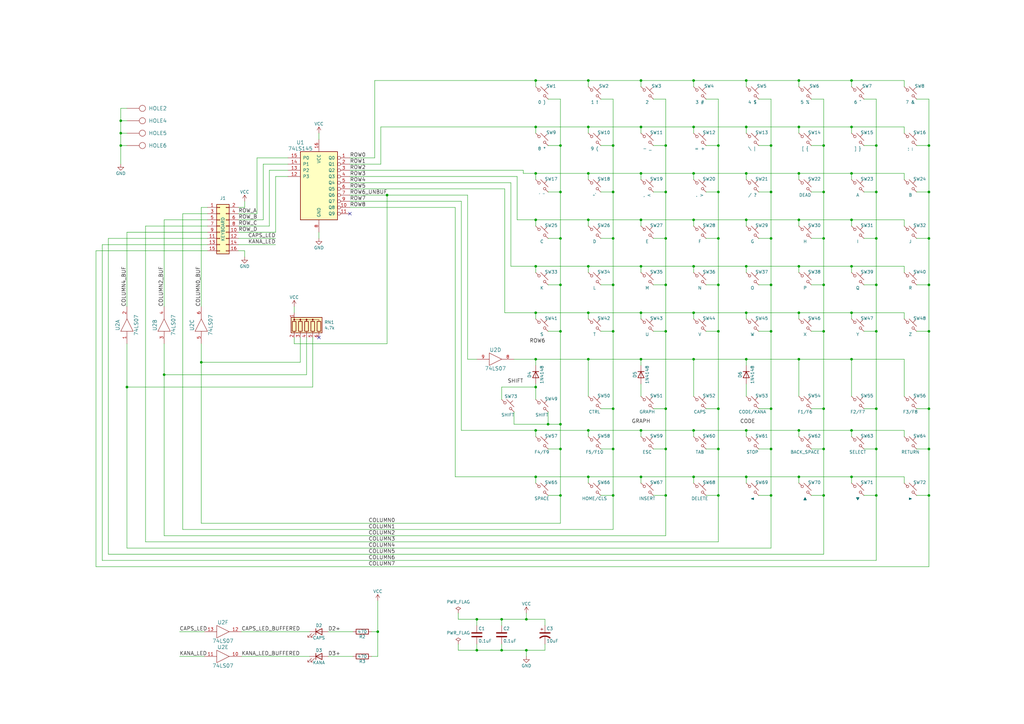
<source format=kicad_sch>
(kicad_sch (version 20211123) (generator eeschema)
  (paper "A3")
  (title_block (title "MSX-One Keyboard") (date "2025-01-12") (rev "1.0") (comment 1 "Derived from Omega Computer Keyboard by Sergey Kiselev "))
  (junction (at 327.66 90.17))
  (junction (at 262.89 71.12))
  (junction (at 316.23 167.64))
  (junction (at 381 167.64))
  (junction (at 306.07 128.27))
  (junction (at 273.05 135.89))
  (junction (at 359.41 203.2))
  (junction (at 82.55 148.59))
  (junction (at 262.89 176.53))
  (junction (at 229.87 184.15))
  (junction (at 306.07 147.32))
  (junction (at 49.53 49.53))
  (junction (at 327.66 71.12))
  (junction (at 241.3 195.58))
  (junction (at 337.82 135.89))
  (junction (at 241.3 109.22))
  (junction (at 219.71 176.53))
  (junction (at 359.41 167.64))
  (junction (at 306.07 71.12))
  (junction (at 215.9 254))
  (junction (at 327.66 128.27))
  (junction (at 284.48 147.32))
  (junction (at 359.41 184.15))
  (junction (at 284.48 176.53))
  (junction (at 294.64 78.74))
  (junction (at 229.87 203.2))
  (junction (at 215.9 266.7))
  (junction (at 262.89 128.27))
  (junction (at 219.71 71.12))
  (junction (at 241.3 176.53))
  (junction (at 349.25 33.02))
  (junction (at 316.23 97.79))
  (junction (at 294.64 167.64))
  (junction (at 273.05 59.69))
  (junction (at 294.64 135.89))
  (junction (at 229.87 97.79))
  (junction (at 229.87 78.74))
  (junction (at 229.87 173.99))
  (junction (at 205.74 254))
  (junction (at 241.3 52.07))
  (junction (at 381 135.89))
  (junction (at 262.89 52.07))
  (junction (at 219.71 128.27))
  (junction (at 359.41 135.89))
  (junction (at 349.25 109.22))
  (junction (at 359.41 116.84))
  (junction (at 294.64 116.84))
  (junction (at 337.82 78.74))
  (junction (at 316.23 116.84))
  (junction (at 337.82 116.84))
  (junction (at 154.94 259.08))
  (junction (at 251.46 203.2))
  (junction (at 241.3 128.27))
  (junction (at 273.05 97.79))
  (junction (at 294.64 203.2))
  (junction (at 284.48 109.22))
  (junction (at 241.3 90.17))
  (junction (at 219.71 147.32))
  (junction (at 349.25 195.58))
  (junction (at 219.71 52.07))
  (junction (at 316.23 203.2))
  (junction (at 294.64 184.15))
  (junction (at 219.71 90.17))
  (junction (at 349.25 147.32))
  (junction (at 251.46 59.69))
  (junction (at 49.53 59.69))
  (junction (at 224.79 173.99))
  (junction (at 273.05 78.74))
  (junction (at 262.89 147.32))
  (junction (at 327.66 33.02))
  (junction (at 316.23 59.69))
  (junction (at 273.05 203.2))
  (junction (at 229.87 59.69))
  (junction (at 327.66 195.58))
  (junction (at 273.05 184.15))
  (junction (at 381 184.15))
  (junction (at 359.41 97.79))
  (junction (at 284.48 33.02))
  (junction (at 241.3 33.02))
  (junction (at 381 97.79))
  (junction (at 306.07 176.53))
  (junction (at 219.71 195.58))
  (junction (at 158.75 80.01))
  (junction (at 327.66 147.32))
  (junction (at 306.07 33.02))
  (junction (at 306.07 195.58))
  (junction (at 316.23 184.15))
  (junction (at 294.64 59.69))
  (junction (at 251.46 116.84))
  (junction (at 241.3 147.32))
  (junction (at 337.82 203.2))
  (junction (at 381 116.84))
  (junction (at 306.07 52.07))
  (junction (at 251.46 78.74))
  (junction (at 337.82 184.15))
  (junction (at 262.89 195.58))
  (junction (at 316.23 135.89))
  (junction (at 205.74 266.7))
  (junction (at 359.41 78.74))
  (junction (at 337.82 59.69))
  (junction (at 262.89 109.22))
  (junction (at 251.46 167.64))
  (junction (at 251.46 97.79))
  (junction (at 349.25 128.27))
  (junction (at 219.71 109.22))
  (junction (at 241.3 71.12))
  (junction (at 262.89 33.02))
  (junction (at 327.66 176.53))
  (junction (at 381 78.74))
  (junction (at 251.46 135.89))
  (junction (at 229.87 116.84))
  (junction (at 349.25 52.07))
  (junction (at 349.25 90.17))
  (junction (at 219.71 33.02))
  (junction (at 316.23 78.74))
  (junction (at 219.71 158.75))
  (junction (at 337.82 97.79))
  (junction (at 359.41 59.69))
  (junction (at 229.87 135.89))
  (junction (at 273.05 167.64))
  (junction (at 349.25 71.12))
  (junction (at 195.58 266.7))
  (junction (at 327.66 109.22))
  (junction (at 52.07 158.75))
  (junction (at 67.31 153.67))
  (junction (at 327.66 52.07))
  (junction (at 306.07 90.17))
  (junction (at 381 203.2))
  (junction (at 381 59.69))
  (junction (at 306.07 109.22))
  (junction (at 284.48 71.12))
  (junction (at 284.48 128.27))
  (junction (at 337.82 167.64))
  (junction (at 284.48 195.58))
  (junction (at 284.48 90.17))
  (junction (at 294.64 97.79))
  (junction (at 251.46 184.15))
  (junction (at 49.53 54.61))
  (junction (at 262.89 90.17))
  (junction (at 349.25 176.53))
  (junction (at 195.58 254))
  (junction (at 284.48 52.07))
  (junction (at 273.05 116.84))
  (no_connect (at 143.51 87.63))
  (no_connect (at 130.81 138.43))
  (wire (pts (xy 246.38 167.64) (xy 251.46 167.64)))
  (wire (pts (xy 306.07 92.71) (xy 306.07 90.17)))
  (wire (pts (xy 251.46 135.89) (xy 251.46 167.64)))
  (wire (pts (xy 219.71 92.71) (xy 219.71 90.17)))
  (wire (pts (xy 359.41 78.74) (xy 359.41 97.79)))
  (wire (pts (xy 143.51 64.77) (xy 153.67 64.77)))
  (wire (pts (xy 241.3 54.61) (xy 241.3 52.07)))
  (wire (pts (xy 246.38 203.2) (xy 251.46 203.2)))
  (wire (pts (xy 262.89 147.32) (xy 284.48 147.32)))
  (wire (pts (xy 219.71 147.32) (xy 241.3 147.32)))
  (wire (pts (xy 332.74 40.64) (xy 337.82 40.64)))
  (wire (pts (xy 100.33 85.09) (xy 100.33 82.55)))
  (wire (pts (xy 354.33 97.79) (xy 359.41 97.79)))
  (wire (pts (xy 67.31 153.67) (xy 67.31 219.71)))
  (wire (pts (xy 273.05 78.74) (xy 273.05 97.79)))
  (wire (pts (xy 113.03 72.39) (xy 118.11 72.39)))
  (wire (pts (xy 210.82 173.99) (xy 224.79 173.99)))
  (wire (pts (xy 327.66 176.53) (xy 349.25 176.53)))
  (wire (pts (xy 39.37 232.41) (xy 381 232.41)))
  (wire (pts (xy 105.41 64.77) (xy 118.11 64.77)))
  (wire (pts (xy 246.38 59.69) (xy 251.46 59.69)))
  (wire (pts (xy 294.64 116.84) (xy 294.64 135.89)))
  (wire (pts (xy 294.64 97.79) (xy 294.64 116.84)))
  (wire (pts (xy 262.89 130.81) (xy 262.89 128.27)))
  (wire (pts (xy 82.55 214.63) (xy 229.87 214.63)))
  (wire (pts (xy 267.97 40.64) (xy 273.05 40.64)))
  (wire (pts (xy 262.89 179.07) (xy 262.89 176.53)))
  (wire (pts (xy 99.06 269.24) (xy 127 269.24)))
  (wire (pts (xy 246.38 184.15) (xy 251.46 184.15)))
  (wire (pts (xy 49.53 54.61) (xy 49.53 59.69)))
  (wire (pts (xy 349.25 162.56) (xy 349.25 147.32)))
  (wire (pts (xy 110.49 69.85) (xy 110.49 92.71)))
  (wire (pts (xy 229.87 59.69) (xy 229.87 78.74)))
  (wire (pts (xy 219.71 111.76) (xy 219.71 109.22)))
  (wire (pts (xy 337.82 167.64) (xy 337.82 184.15)))
  (wire (pts (xy 241.3 73.66) (xy 241.3 71.12)))
  (wire (pts (xy 219.71 158.75) (xy 219.71 157.48)))
  (wire (pts (xy 39.37 102.87) (xy 39.37 232.41)))
  (wire (pts (xy 195.58 254) (xy 205.74 254)))
  (wire (pts (xy 306.07 176.53) (xy 327.66 176.53)))
  (wire (pts (xy 349.25 33.02) (xy 370.84 33.02)))
  (wire (pts (xy 130.81 95.25) (xy 130.81 97.79)))
  (wire (pts (xy 224.79 135.89) (xy 229.87 135.89)))
  (wire (pts (xy 130.81 57.15) (xy 130.81 54.61)))
  (wire (pts (xy 306.07 71.12) (xy 327.66 71.12)))
  (wire (pts (xy 105.41 87.63) (xy 105.41 64.77)))
  (wire (pts (xy 337.82 184.15) (xy 337.82 203.2)))
  (wire (pts (xy 284.48 147.32) (xy 306.07 147.32)))
  (wire (pts (xy 284.48 179.07) (xy 284.48 176.53)))
  (wire (pts (xy 241.3 35.56) (xy 241.3 33.02)))
  (wire (pts (xy 246.38 97.79) (xy 251.46 97.79)))
  (wire (pts (xy 262.89 149.86) (xy 262.89 147.32)))
  (wire (pts (xy 219.71 33.02) (xy 241.3 33.02)))
  (wire (pts (xy 215.9 266.7) (xy 223.52 266.7)))
  (wire (pts (xy 262.89 73.66) (xy 262.89 71.12)))
  (wire (pts (xy 74.93 87.63) (xy 74.93 217.17)))
  (wire (pts (xy 134.62 269.24) (xy 144.78 269.24)))
  (wire (pts (xy 349.25 128.27) (xy 370.84 128.27)))
  (wire (pts (xy 82.55 125.73) (xy 82.55 85.09)))
  (wire (pts (xy 67.31 90.17) (xy 85.09 90.17)))
  (wire (pts (xy 375.92 78.74) (xy 381 78.74)))
  (wire (pts (xy 267.97 184.15) (xy 273.05 184.15)))
  (wire (pts (xy 284.48 162.56) (xy 284.48 147.32)))
  (wire (pts (xy 349.25 179.07) (xy 349.25 176.53)))
  (wire (pts (xy 186.69 195.58) (xy 219.71 195.58)))
  (wire (pts (xy 205.74 266.7) (xy 215.9 266.7)))
  (wire (pts (xy 97.79 95.25) (xy 113.03 95.25)))
  (wire (pts (xy 311.15 135.89) (xy 316.23 135.89)))
  (wire (pts (xy 52.07 158.75) (xy 52.07 140.97)))
  (wire (pts (xy 224.79 116.84) (xy 229.87 116.84)))
  (wire (pts (xy 214.63 69.85) (xy 214.63 71.12)))
  (wire (pts (xy 39.37 102.87) (xy 85.09 102.87)))
  (wire (pts (xy 327.66 111.76) (xy 327.66 109.22)))
  (wire (pts (xy 327.66 92.71) (xy 327.66 90.17)))
  (wire (pts (xy 332.74 78.74) (xy 337.82 78.74)))
  (wire (pts (xy 97.79 97.79) (xy 113.03 97.79)))
  (wire (pts (xy 224.79 78.74) (xy 229.87 78.74)))
  (wire (pts (xy 49.53 44.45) (xy 49.53 49.53)))
  (wire (pts (xy 224.79 40.64) (xy 229.87 40.64)))
  (wire (pts (xy 289.56 184.15) (xy 294.64 184.15)))
  (wire (pts (xy 359.41 135.89) (xy 359.41 167.64)))
  (wire (pts (xy 97.79 102.87) (xy 100.33 102.87)))
  (wire (pts (xy 316.23 167.64) (xy 316.23 184.15)))
  (wire (pts (xy 370.84 147.32) (xy 370.84 162.56)))
  (wire (pts (xy 219.71 130.81) (xy 219.71 128.27)))
  (wire (pts (xy 332.74 135.89) (xy 337.82 135.89)))
  (wire (pts (xy 349.25 54.61) (xy 349.25 52.07)))
  (wire (pts (xy 143.51 74.93) (xy 209.55 74.93)))
  (wire (pts (xy 241.3 90.17) (xy 262.89 90.17)))
  (wire (pts (xy 273.05 97.79) (xy 273.05 116.84)))
  (wire (pts (xy 212.09 90.17) (xy 219.71 90.17)))
  (wire (pts (xy 306.07 73.66) (xy 306.07 71.12)))
  (wire (pts (xy 294.64 203.2) (xy 294.64 222.25)))
  (wire (pts (xy 284.48 130.81) (xy 284.48 128.27)))
  (wire (pts (xy 82.55 148.59) (xy 82.55 214.63)))
  (wire (pts (xy 210.82 168.91) (xy 210.82 173.99)))
  (wire (pts (xy 262.89 54.61) (xy 262.89 52.07)))
  (wire (pts (xy 41.91 100.33) (xy 85.09 100.33)))
  (wire (pts (xy 284.48 33.02) (xy 306.07 33.02)))
  (wire (pts (xy 52.07 224.79) (xy 316.23 224.79)))
  (wire (pts (xy 306.07 130.81) (xy 306.07 128.27)))
  (wire (pts (xy 267.97 203.2) (xy 273.05 203.2)))
  (wire (pts (xy 327.66 33.02) (xy 349.25 33.02)))
  (wire (pts (xy 251.46 116.84) (xy 251.46 135.89)))
  (wire (pts (xy 125.73 153.67) (xy 67.31 153.67)))
  (wire (pts (xy 349.25 111.76) (xy 349.25 109.22)))
  (wire (pts (xy 327.66 179.07) (xy 327.66 176.53)))
  (wire (pts (xy 273.05 59.69) (xy 273.05 78.74)))
  (wire (pts (xy 210.82 147.32) (xy 219.71 147.32)))
  (wire (pts (xy 143.51 82.55) (xy 189.23 82.55)))
  (wire (pts (xy 327.66 128.27) (xy 349.25 128.27)))
  (wire (pts (xy 289.56 116.84) (xy 294.64 116.84)))
  (wire (pts (xy 262.89 128.27) (xy 284.48 128.27)))
  (wire (pts (xy 306.07 33.02) (xy 327.66 33.02)))
  (wire (pts (xy 128.27 158.75) (xy 52.07 158.75)))
  (wire (pts (xy 294.64 167.64) (xy 294.64 184.15)))
  (wire (pts (xy 41.91 229.87) (xy 359.41 229.87)))
  (wire (pts (xy 229.87 203.2) (xy 229.87 214.63)))
  (wire (pts (xy 224.79 59.69) (xy 229.87 59.69)))
  (wire (pts (xy 381 59.69) (xy 381 78.74)))
  (wire (pts (xy 262.89 52.07) (xy 284.48 52.07)))
  (wire (pts (xy 97.79 85.09) (xy 100.33 85.09)))
  (wire (pts (xy 359.41 59.69) (xy 359.41 78.74)))
  (wire (pts (xy 349.25 71.12) (xy 370.84 71.12)))
  (wire (pts (xy 262.89 33.02) (xy 284.48 33.02)))
  (wire (pts (xy 375.92 97.79) (xy 381 97.79)))
  (wire (pts (xy 205.74 264.16) (xy 205.74 266.7)))
  (wire (pts (xy 123.19 138.43) (xy 123.19 148.59)))
  (wire (pts (xy 219.71 128.27) (xy 241.3 128.27)))
  (wire (pts (xy 219.71 147.32) (xy 219.71 149.86)))
  (wire (pts (xy 187.96 266.7) (xy 195.58 266.7)))
  (wire (pts (xy 241.3 92.71) (xy 241.3 90.17)))
  (wire (pts (xy 118.11 69.85) (xy 110.49 69.85)))
  (wire (pts (xy 246.38 135.89) (xy 251.46 135.89)))
  (wire (pts (xy 82.55 148.59) (xy 82.55 140.97)))
  (wire (pts (xy 349.25 147.32) (xy 370.84 147.32)))
  (wire (pts (xy 289.56 40.64) (xy 294.64 40.64)))
  (wire (pts (xy 205.74 254) (xy 215.9 254)))
  (wire (pts (xy 154.94 259.08) (xy 152.4 259.08)))
  (wire (pts (xy 316.23 78.74) (xy 316.23 97.79)))
  (wire (pts (xy 337.82 40.64) (xy 337.82 59.69)))
  (wire (pts (xy 107.95 90.17) (xy 97.79 90.17)))
  (wire (pts (xy 311.15 78.74) (xy 316.23 78.74)))
  (wire (pts (xy 191.77 80.01) (xy 191.77 147.32)))
  (wire (pts (xy 370.84 195.58) (xy 370.84 198.12)))
  (wire (pts (xy 44.45 97.79) (xy 44.45 227.33)))
  (wire (pts (xy 83.82 259.08) (xy 73.66 259.08)))
  (wire (pts (xy 311.15 116.84) (xy 316.23 116.84)))
  (wire (pts (xy 59.69 92.71) (xy 59.69 222.25)))
  (wire (pts (xy 118.11 67.31) (xy 107.95 67.31)))
  (wire (pts (xy 107.95 67.31) (xy 107.95 90.17)))
  (wire (pts (xy 214.63 71.12) (xy 219.71 71.12)))
  (wire (pts (xy 332.74 203.2) (xy 337.82 203.2)))
  (wire (pts (xy 284.48 92.71) (xy 284.48 90.17)))
  (wire (pts (xy 354.33 135.89) (xy 359.41 135.89)))
  (wire (pts (xy 212.09 72.39) (xy 212.09 90.17)))
  (wire (pts (xy 120.65 140.97) (xy 158.75 140.97)))
  (wire (pts (xy 381 135.89) (xy 381 167.64)))
  (wire (pts (xy 316.23 116.84) (xy 316.23 135.89)))
  (wire (pts (xy 306.07 179.07) (xy 306.07 176.53)))
  (wire (pts (xy 262.89 195.58) (xy 284.48 195.58)))
  (wire (pts (xy 251.46 203.2) (xy 251.46 217.17)))
  (wire (pts (xy 241.3 71.12) (xy 262.89 71.12)))
  (wire (pts (xy 381 116.84) (xy 381 135.89)))
  (wire (pts (xy 337.82 97.79) (xy 337.82 116.84)))
  (wire (pts (xy 332.74 116.84) (xy 337.82 116.84)))
  (wire (pts (xy 306.07 35.56) (xy 306.07 33.02)))
  (wire (pts (xy 44.45 227.33) (xy 337.82 227.33)))
  (wire (pts (xy 82.55 85.09) (xy 85.09 85.09)))
  (wire (pts (xy 306.07 147.32) (xy 327.66 147.32)))
  (wire (pts (xy 229.87 135.89) (xy 229.87 173.99)))
  (wire (pts (xy 349.25 176.53) (xy 370.84 176.53)))
  (wire (pts (xy 219.71 90.17) (xy 241.3 90.17)))
  (wire (pts (xy 370.84 109.22) (xy 370.84 111.76)))
  (wire (pts (xy 195.58 254) (xy 195.58 256.54)))
  (wire (pts (xy 241.3 128.27) (xy 262.89 128.27)))
  (wire (pts (xy 187.96 254) (xy 187.96 251.46)))
  (wire (pts (xy 49.53 59.69) (xy 49.53 67.31)))
  (wire (pts (xy 241.3 198.12) (xy 241.3 195.58)))
  (wire (pts (xy 246.38 40.64) (xy 251.46 40.64)))
  (wire (pts (xy 83.82 269.24) (xy 73.66 269.24)))
  (wire (pts (xy 246.38 78.74) (xy 251.46 78.74)))
  (wire (pts (xy 306.07 128.27) (xy 327.66 128.27)))
  (wire (pts (xy 284.48 90.17) (xy 306.07 90.17)))
  (wire (pts (xy 306.07 109.22) (xy 327.66 109.22)))
  (wire (pts (xy 219.71 158.75) (xy 205.74 158.75)))
  (wire (pts (xy 311.15 97.79) (xy 316.23 97.79)))
  (wire (pts (xy 153.67 33.02) (xy 219.71 33.02)))
  (wire (pts (xy 375.92 40.64) (xy 381 40.64)))
  (wire (pts (xy 284.48 73.66) (xy 284.48 71.12)))
  (wire (pts (xy 267.97 116.84) (xy 273.05 116.84)))
  (wire (pts (xy 332.74 59.69) (xy 337.82 59.69)))
  (wire (pts (xy 306.07 198.12) (xy 306.07 195.58)))
  (wire (pts (xy 284.48 35.56) (xy 284.48 33.02)))
  (wire (pts (xy 219.71 73.66) (xy 219.71 71.12)))
  (wire (pts (xy 189.23 176.53) (xy 219.71 176.53)))
  (wire (pts (xy 381 78.74) (xy 381 97.79)))
  (wire (pts (xy 267.97 167.64) (xy 273.05 167.64)))
  (wire (pts (xy 52.07 49.53) (xy 49.53 49.53)))
  (wire (pts (xy 143.51 69.85) (xy 214.63 69.85)))
  (wire (pts (xy 267.97 135.89) (xy 273.05 135.89)))
  (wire (pts (xy 52.07 95.25) (xy 52.07 125.73)))
  (wire (pts (xy 294.64 184.15) (xy 294.64 203.2)))
  (wire (pts (xy 284.48 198.12) (xy 284.48 195.58)))
  (wire (pts (xy 381 40.64) (xy 381 59.69)))
  (wire (pts (xy 219.71 35.56) (xy 219.71 33.02)))
  (wire (pts (xy 219.71 109.22) (xy 241.3 109.22)))
  (wire (pts (xy 154.94 269.24) (xy 152.4 269.24)))
  (wire (pts (xy 370.84 176.53) (xy 370.84 179.07)))
  (wire (pts (xy 354.33 184.15) (xy 359.41 184.15)))
  (wire (pts (xy 359.41 40.64) (xy 359.41 59.69)))
  (wire (pts (xy 332.74 97.79) (xy 337.82 97.79)))
  (wire (pts (xy 370.84 128.27) (xy 370.84 130.81)))
  (wire (pts (xy 251.46 97.79) (xy 251.46 116.84)))
  (wire (pts (xy 359.41 116.84) (xy 359.41 135.89)))
  (wire (pts (xy 52.07 95.25) (xy 85.09 95.25)))
  (wire (pts (xy 187.96 254) (xy 195.58 254)))
  (wire (pts (xy 311.15 59.69) (xy 316.23 59.69)))
  (wire (pts (xy 311.15 167.64) (xy 316.23 167.64)))
  (wire (pts (xy 251.46 40.64) (xy 251.46 59.69)))
  (wire (pts (xy 219.71 195.58) (xy 241.3 195.58)))
  (wire (pts (xy 229.87 184.15) (xy 229.87 203.2)))
  (wire (pts (xy 215.9 251.46) (xy 215.9 254)))
  (wire (pts (xy 316.23 40.64) (xy 316.23 59.69)))
  (wire (pts (xy 289.56 78.74) (xy 294.64 78.74)))
  (wire (pts (xy 246.38 116.84) (xy 251.46 116.84)))
  (wire (pts (xy 262.89 90.17) (xy 284.48 90.17)))
  (wire (pts (xy 224.79 168.91) (xy 224.79 173.99)))
  (wire (pts (xy 327.66 90.17) (xy 349.25 90.17)))
  (wire (pts (xy 375.92 184.15) (xy 381 184.15)))
  (wire (pts (xy 381 203.2) (xy 381 232.41)))
  (wire (pts (xy 349.25 35.56) (xy 349.25 33.02)))
  (wire (pts (xy 349.25 52.07) (xy 370.84 52.07)))
  (wire (pts (xy 375.92 203.2) (xy 381 203.2)))
  (wire (pts (xy 113.03 95.25) (xy 113.03 72.39)))
  (wire (pts (xy 267.97 59.69) (xy 273.05 59.69)))
  (wire (pts (xy 224.79 173.99) (xy 229.87 173.99)))
  (wire (pts (xy 284.48 52.07) (xy 306.07 52.07)))
  (wire (pts (xy 223.52 254) (xy 223.52 256.54)))
  (wire (pts (xy 359.41 184.15) (xy 359.41 203.2)))
  (wire (pts (xy 187.96 266.7) (xy 187.96 264.16)))
  (wire (pts (xy 241.3 111.76) (xy 241.3 109.22)))
  (wire (pts (xy 120.65 128.27) (xy 120.65 125.73)))
  (wire (pts (xy 158.75 80.01) (xy 191.77 80.01)))
  (wire (pts (xy 241.3 52.07) (xy 262.89 52.07)))
  (wire (pts (xy 97.79 87.63) (xy 105.41 87.63)))
  (wire (pts (xy 306.07 157.48) (xy 306.07 162.56)))
  (wire (pts (xy 284.48 109.22) (xy 306.07 109.22)))
  (wire (pts (xy 327.66 54.61) (xy 327.66 52.07)))
  (wire (pts (xy 359.41 167.64) (xy 359.41 184.15)))
  (wire (pts (xy 306.07 52.07) (xy 327.66 52.07)))
  (wire (pts (xy 219.71 54.61) (xy 219.71 52.07)))
  (wire (pts (xy 273.05 135.89) (xy 273.05 167.64)))
  (wire (pts (xy 125.73 138.43) (xy 125.73 153.67)))
  (wire (pts (xy 219.71 163.83) (xy 219.71 158.75)))
  (wire (pts (xy 316.23 135.89) (xy 316.23 167.64)))
  (wire (pts (xy 189.23 82.55) (xy 189.23 176.53)))
  (wire (pts (xy 327.66 71.12) (xy 349.25 71.12)))
  (wire (pts (xy 229.87 173.99) (xy 229.87 184.15)))
  (wire (pts (xy 195.58 264.16) (xy 195.58 266.7)))
  (wire (pts (xy 215.9 254) (xy 223.52 254)))
  (wire (pts (xy 327.66 130.81) (xy 327.66 128.27)))
  (wire (pts (xy 349.25 73.66) (xy 349.25 71.12)))
  (wire (pts (xy 224.79 97.79) (xy 229.87 97.79)))
  (wire (pts (xy 67.31 90.17) (xy 67.31 125.73)))
  (wire (pts (xy 52.07 59.69) (xy 49.53 59.69)))
  (wire (pts (xy 97.79 100.33) (xy 113.03 100.33)))
  (wire (pts (xy 354.33 59.69) (xy 359.41 59.69)))
  (wire (pts (xy 294.64 135.89) (xy 294.64 167.64)))
  (wire (pts (xy 327.66 195.58) (xy 349.25 195.58)))
  (wire (pts (xy 316.23 184.15) (xy 316.23 203.2)))
  (wire (pts (xy 154.94 259.08) (xy 154.94 269.24)))
  (wire (pts (xy 262.89 198.12) (xy 262.89 195.58)))
  (wire (pts (xy 143.51 72.39) (xy 212.09 72.39)))
  (wire (pts (xy 251.46 78.74) (xy 251.46 97.79)))
  (wire (pts (xy 306.07 149.86) (xy 306.07 147.32)))
  (wire (pts (xy 311.15 184.15) (xy 316.23 184.15)))
  (wire (pts (xy 241.3 195.58) (xy 262.89 195.58)))
  (wire (pts (xy 375.92 167.64) (xy 381 167.64)))
  (wire (pts (xy 311.15 203.2) (xy 316.23 203.2)))
  (wire (pts (xy 316.23 97.79) (xy 316.23 116.84)))
  (wire (pts (xy 123.19 148.59) (xy 82.55 148.59)))
  (wire (pts (xy 67.31 219.71) (xy 273.05 219.71)))
  (wire (pts (xy 289.56 167.64) (xy 294.64 167.64)))
  (wire (pts (xy 262.89 71.12) (xy 284.48 71.12)))
  (wire (pts (xy 332.74 167.64) (xy 337.82 167.64)))
  (wire (pts (xy 306.07 54.61) (xy 306.07 52.07)))
  (wire (pts (xy 224.79 203.2) (xy 229.87 203.2)))
  (wire (pts (xy 375.92 59.69) (xy 381 59.69)))
  (wire (pts (xy 223.52 266.7) (xy 223.52 264.16)))
  (wire (pts (xy 219.71 176.53) (xy 241.3 176.53)))
  (wire (pts (xy 143.51 77.47) (xy 207.01 77.47)))
  (wire (pts (xy 349.25 130.81) (xy 349.25 128.27)))
  (wire (pts (xy 284.48 128.27) (xy 306.07 128.27)))
  (wire (pts (xy 74.93 87.63) (xy 85.09 87.63)))
  (wire (pts (xy 273.05 40.64) (xy 273.05 59.69)))
  (wire (pts (xy 354.33 116.84) (xy 359.41 116.84)))
  (wire (pts (xy 186.69 85.09) (xy 186.69 195.58)))
  (wire (pts (xy 289.56 97.79) (xy 294.64 97.79)))
  (wire (pts (xy 359.41 203.2) (xy 359.41 229.87)))
  (wire (pts (xy 209.55 109.22) (xy 219.71 109.22)))
  (wire (pts (xy 289.56 135.89) (xy 294.64 135.89)))
  (wire (pts (xy 306.07 195.58) (xy 327.66 195.58)))
  (wire (pts (xy 337.82 59.69) (xy 337.82 78.74)))
  (wire (pts (xy 262.89 35.56) (xy 262.89 33.02)))
  (wire (pts (xy 154.94 246.38) (xy 154.94 259.08)))
  (wire (pts (xy 273.05 203.2) (xy 273.05 219.71)))
  (wire (pts (xy 229.87 40.64) (xy 229.87 59.69)))
  (wire (pts (xy 327.66 109.22) (xy 349.25 109.22)))
  (wire (pts (xy 120.65 138.43) (xy 120.65 140.97)))
  (wire (pts (xy 241.3 162.56) (xy 241.3 147.32)))
  (wire (pts (xy 251.46 167.64) (xy 251.46 184.15)))
  (wire (pts (xy 267.97 97.79) (xy 273.05 97.79)))
  (wire (pts (xy 349.25 109.22) (xy 370.84 109.22)))
  (wire (pts (xy 306.07 111.76) (xy 306.07 109.22)))
  (wire (pts (xy 284.48 176.53) (xy 306.07 176.53)))
  (wire (pts (xy 327.66 198.12) (xy 327.66 195.58)))
  (wire (pts (xy 262.89 176.53) (xy 284.48 176.53)))
  (wire (pts (xy 337.82 78.74) (xy 337.82 97.79)))
  (wire (pts (xy 251.46 59.69) (xy 251.46 78.74)))
  (wire (pts (xy 262.89 92.71) (xy 262.89 90.17)))
  (wire (pts (xy 294.64 78.74) (xy 294.64 97.79)))
  (wire (pts (xy 349.25 195.58) (xy 370.84 195.58)))
  (wire (pts (xy 144.78 259.08) (xy 134.62 259.08)))
  (wire (pts (xy 241.3 179.07) (xy 241.3 176.53)))
  (wire (pts (xy 289.56 203.2) (xy 294.64 203.2)))
  (wire (pts (xy 219.71 179.07) (xy 219.71 176.53)))
  (wire (pts (xy 241.3 33.02) (xy 262.89 33.02)))
  (wire (pts (xy 52.07 44.45) (xy 49.53 44.45)))
  (wire (pts (xy 110.49 92.71) (xy 97.79 92.71)))
  (wire (pts (xy 316.23 59.69) (xy 316.23 78.74)))
  (wire (pts (xy 354.33 167.64) (xy 359.41 167.64)))
  (wire (pts (xy 207.01 128.27) (xy 219.71 128.27)))
  (wire (pts (xy 153.67 64.77) (xy 153.67 33.02)))
  (wire (pts (xy 316.23 203.2) (xy 316.23 224.79)))
  (wire (pts (xy 294.64 40.64) (xy 294.64 59.69)))
  (wire (pts (xy 284.48 111.76) (xy 284.48 109.22)))
  (wire (pts (xy 327.66 162.56) (xy 327.66 147.32)))
  (wire (pts (xy 381 167.64) (xy 381 184.15)))
  (wire (pts (xy 143.51 85.09) (xy 186.69 85.09)))
  (wire (pts (xy 241.3 130.81) (xy 241.3 128.27)))
  (wire (pts (xy 337.82 203.2) (xy 337.82 227.33)))
  (wire (pts (xy 195.58 266.7) (xy 205.74 266.7)))
  (wire (pts (xy 191.77 147.32) (xy 195.58 147.32)))
  (wire (pts (xy 349.25 90.17) (xy 370.84 90.17)))
  (wire (pts (xy 52.07 158.75) (xy 52.07 224.79)))
  (wire (pts (xy 327.66 52.07) (xy 349.25 52.07)))
  (wire (pts (xy 251.46 184.15) (xy 251.46 203.2)))
  (wire (pts (xy 99.06 259.08) (xy 127 259.08)))
  (wire (pts (xy 229.87 78.74) (xy 229.87 97.79)))
  (wire (pts (xy 327.66 35.56) (xy 327.66 33.02)))
  (wire (pts (xy 273.05 116.84) (xy 273.05 135.89)))
  (wire (pts (xy 262.89 157.48) (xy 262.89 162.56)))
  (wire (pts (xy 219.71 52.07) (xy 241.3 52.07)))
  (wire (pts (xy 273.05 167.64) (xy 273.05 184.15)))
  (wire (pts (xy 74.93 217.17) (xy 251.46 217.17)))
  (wire (pts (xy 332.74 184.15) (xy 337.82 184.15)))
  (wire (pts (xy 44.45 97.79) (xy 85.09 97.79)))
  (wire (pts (xy 284.48 54.61) (xy 284.48 52.07)))
  (wire (pts (xy 349.25 198.12) (xy 349.25 195.58)))
  (wire (pts (xy 156.21 52.07) (xy 219.71 52.07)))
  (wire (pts (xy 359.41 97.79) (xy 359.41 116.84)))
  (wire (pts (xy 156.21 67.31) (xy 156.21 52.07)))
  (wire (pts (xy 219.71 198.12) (xy 219.71 195.58)))
  (wire (pts (xy 375.92 135.89) (xy 381 135.89)))
  (wire (pts (xy 229.87 97.79) (xy 229.87 116.84)))
  (wire (pts (xy 327.66 147.32) (xy 349.25 147.32)))
  (wire (pts (xy 306.07 90.17) (xy 327.66 90.17)))
  (wire (pts (xy 207.01 77.47) (xy 207.01 128.27)))
  (wire (pts (xy 219.71 71.12) (xy 241.3 71.12)))
  (wire (pts (xy 327.66 73.66) (xy 327.66 71.12)))
  (wire (pts (xy 52.07 54.61) (xy 49.53 54.61)))
  (wire (pts (xy 224.79 184.15) (xy 229.87 184.15)))
  (wire (pts (xy 267.97 78.74) (xy 273.05 78.74)))
  (wire (pts (xy 349.25 92.71) (xy 349.25 90.17)))
  (wire (pts (xy 215.9 266.7) (xy 215.9 269.24)))
  (wire (pts (xy 370.84 52.07) (xy 370.84 54.61)))
  (wire (pts (xy 262.89 111.76) (xy 262.89 109.22)))
  (wire (pts (xy 289.56 59.69) (xy 294.64 59.69)))
  (wire (pts (xy 241.3 176.53) (xy 262.89 176.53)))
  (wire (pts (xy 59.69 92.71) (xy 85.09 92.71)))
  (wire (pts (xy 262.89 109.22) (xy 284.48 109.22)))
  (wire (pts (xy 354.33 40.64) (xy 359.41 40.64)))
  (wire (pts (xy 209.55 74.93) (xy 209.55 109.22)))
  (wire (pts (xy 354.33 78.74) (xy 359.41 78.74)))
  (wire (pts (xy 273.05 184.15) (xy 273.05 203.2)))
  (wire (pts (xy 241.3 109.22) (xy 262.89 109.22)))
  (wire (pts (xy 59.69 222.25) (xy 294.64 222.25)))
  (wire (pts (xy 158.75 80.01) (xy 143.51 80.01)))
  (wire (pts (xy 284.48 195.58) (xy 306.07 195.58)))
  (wire (pts (xy 370.84 90.17) (xy 370.84 92.71)))
  (wire (pts (xy 229.87 116.84) (xy 229.87 135.89)))
  (wire (pts (xy 375.92 116.84) (xy 381 116.84)))
  (wire (pts (xy 381 97.79) (xy 381 116.84)))
  (wire (pts (xy 311.15 40.64) (xy 316.23 40.64)))
  (wire (pts (xy 337.82 135.89) (xy 337.82 167.64)))
  (wire (pts (xy 370.84 33.02) (xy 370.84 35.56)))
  (wire (pts (xy 100.33 102.87) (xy 100.33 105.41)))
  (wire (pts (xy 205.74 254) (xy 205.74 256.54)))
  (wire (pts (xy 158.75 80.01) (xy 158.75 140.97)))
  (wire (pts (xy 294.64 59.69) (xy 294.64 78.74)))
  (wire (pts (xy 49.53 49.53) (xy 49.53 54.61)))
  (wire (pts (xy 128.27 138.43) (xy 128.27 158.75)))
  (wire (pts (xy 381 184.15) (xy 381 203.2)))
  (wire (pts (xy 41.91 100.33) (xy 41.91 229.87)))
  (wire (pts (xy 284.48 71.12) (xy 306.07 71.12)))
  (wire (pts (xy 241.3 147.32) (xy 262.89 147.32)))
  (wire (pts (xy 337.82 116.84) (xy 337.82 135.89)))
  (wire (pts (xy 354.33 203.2) (xy 359.41 203.2)))
  (wire (pts (xy 156.21 67.31) (xy 143.51 67.31)))
  (wire (pts (xy 370.84 71.12) (xy 370.84 73.66)))
  (wire (pts (xy 205.74 158.75) (xy 205.74 163.83)))
  (wire (pts (xy 67.31 153.67) (xy 67.31 140.97)))
  (label "KANA_LED_BUFFERED" (at 99.06 269.24 0) (effects (font (size 1.524 1.524))))
  (label "CAPS_LED" (at 113.03 97.79 180) (effects (font (size 1.524 1.524))))
  (label "ROW_A" (at 97.79 87.63 0) (effects (font (size 1.524 1.524))))
  (label "COLUMN2" (at 151.13 219.71 0) (effects (font (size 1.524 1.524))))
  (label "COLUMN4" (at 151.13 224.79 0) (effects (font (size 1.524 1.524))))
  (label "COLUMN0" (at 151.13 214.63 0) (effects (font (size 1.524 1.524))))
  (label "ROW6_UNBUF" (at 143.51 80.01 0) (effects (font (size 1.524 1.524))))
  (label "COLUMN3" (at 151.13 222.25 0) (effects (font (size 1.524 1.524))))
  (label "D3+" (at 134.62 269.24 0) (effects (font (size 1.524 1.524))))
  (label "COLUMN2_BUF" (at 67.31 125.73 90) (effects (font (size 1.524 1.524))))
  (label "CODE" (at 303.53 173.99 0) (effects (font (size 1.524 1.524))))
  (label "ROW6" (at 217.17 140.97 0) (effects (font (size 1.524 1.524))))
  (label "KANA_LED" (at 113.03 100.33 180) (effects (font (size 1.524 1.524))))
  (label "CAPS_LED_BUFFERED" (at 99.06 259.08 0) (effects (font (size 1.524 1.524))))
  (label "ROW1" (at 143.51 67.31 0) (effects (font (size 1.524 1.524))))
  (label "COLUMN7" (at 151.13 232.41 0) (effects (font (size 1.524 1.524))))
  (label "COLUMN1" (at 151.13 217.17 0) (effects (font (size 1.524 1.524))))
  (label "ROW4" (at 143.51 74.93 0) (effects (font (size 1.524 1.524))))
  (label "ROW_D" (at 97.79 95.25 0) (effects (font (size 1.524 1.524))))
  (label "KANA_LED" (at 73.66 269.24 0) (effects (font (size 1.524 1.524))))
  (label "COLUMN0_BUF" (at 82.55 125.73 90) (effects (font (size 1.524 1.524))))
  (label "COLUMN6" (at 151.13 229.87 0) (effects (font (size 1.524 1.524))))
  (label "COLUMN4_BUF" (at 52.07 125.73 90) (effects (font (size 1.524 1.524))))
  (label "ROW2" (at 143.51 69.85 0) (effects (font (size 1.524 1.524))))
  (label "D2+" (at 134.62 259.08 0) (effects (font (size 1.524 1.524))))
  (label "ROW0" (at 143.51 64.77 0) (effects (font (size 1.524 1.524))))
  (label "ROW8" (at 143.51 85.09 0) (effects (font (size 1.524 1.524))))
  (label "ROW_C" (at 97.79 92.71 0) (effects (font (size 1.524 1.524))))
  (label "SHIFT" (at 214.63 157.48 180) (effects (font (size 1.524 1.524))))
  (label "ROW_B" (at 97.79 90.17 0) (effects (font (size 1.524 1.524))))
  (label "CAPS_LED" (at 73.66 259.08 0) (effects (font (size 1.524 1.524))))
  (label "COLUMN5" (at 151.13 227.33 0) (effects (font (size 1.524 1.524))))
  (label "GRAPH" (at 259.08 173.99 0) (effects (font (size 1.524 1.524))))
  (label "ROW7" (at 143.51 82.55 0) (effects (font (size 1.524 1.524))))
  (label "ROW5" (at 143.51 77.47 0) (effects (font (size 1.524 1.524))))
  (label "ROW3" (at 143.51 72.39 0) (effects (font (size 1.524 1.524))))
  (symbol (lib_id "Switch:SW_Push_45deg") (at 222.25 38.1 0) (unit 1)
    (property "Reference" "SW1" (at 226.06 35.306 0))
    (property "Value" "0 )" (at 222.25 41.91 0))
    (property "Footprint" "Button_Switch_THT:SW_PUSH_6mm_H8mm" (effects hide))
  )
  (symbol (lib_id "Switch:SW_Push_45deg") (at 243.84 38.1 0) (unit 1)
    (property "Reference" "SW2" (at 247.65 35.306 0))
    (property "Value" "1 !" (at 243.84 41.91 0))
    (property "Footprint" "Button_Switch_THT:SW_PUSH_6mm_H8mm" (effects hide))
  )
  (symbol (lib_id "Switch:SW_Push_45deg") (at 222.25 57.15 0) (unit 1)
    (property "Reference" "SW9" (at 226.06 54.356 0))
    (property "Value" "8 *" (at 222.25 60.96 0))
    (property "Footprint" "Button_Switch_THT:SW_PUSH_6mm_H8mm" (effects hide))
  )
  (symbol (lib_id "Switch:SW_Push_45deg") (at 243.84 57.15 0) (unit 1)
    (property "Reference" "SW10" (at 247.65 54.356 0))
    (property "Value" "9 (" (at 243.84 60.96 0))
    (property "Footprint" "Button_Switch_THT:SW_PUSH_6mm_H8mm" (effects hide))
  )
  (symbol (lib_id "Switch:SW_Push_45deg") (at 265.43 38.1 0) (unit 1)
    (property "Reference" "SW3" (at 269.24 35.306 0))
    (property "Value" "2" (at 265.43 41.91 0))
    (property "Footprint" "Button_Switch_THT:SW_PUSH_6mm_H8mm" (effects hide))
  )
  (symbol (lib_id "Switch:SW_Push_45deg") (at 287.02 38.1 0) (unit 1)
    (property "Reference" "SW4" (at 290.83 35.306 0))
    (property "Value" "3 #" (at 287.02 41.91 0))
    (property "Footprint" "Button_Switch_THT:SW_PUSH_6mm_H8mm" (effects hide))
  )
  (symbol (lib_id "Switch:SW_Push_45deg") (at 265.43 57.15 0) (unit 1)
    (property "Reference" "SW11" (at 269.24 54.356 0))
    (property "Value" "- _" (at 265.43 60.96 0))
    (property "Footprint" "Button_Switch_THT:SW_PUSH_6mm_H8mm" (effects hide))
  )
  (symbol (lib_id "Switch:SW_Push_45deg") (at 287.02 57.15 0) (unit 1)
    (property "Reference" "SW12" (at 290.83 54.356 0))
    (property "Value" "= +" (at 287.02 60.96 0))
    (property "Footprint" "Button_Switch_THT:SW_PUSH_6mm_H8mm" (effects hide))
  )
  (symbol (lib_id "Switch:SW_Push_45deg") (at 308.61 38.1 0) (unit 1)
    (property "Reference" "SW5" (at 312.42 35.306 0))
    (property "Value" "4 $" (at 308.61 41.91 0))
    (property "Footprint" "Button_Switch_THT:SW_PUSH_6mm_H8mm" (effects hide))
  )
  (symbol (lib_id "Switch:SW_Push_45deg") (at 330.2 38.1 0) (unit 1)
    (property "Reference" "SW6" (at 334.01 35.306 0))
    (property "Value" "5 %" (at 330.2 41.91 0))
    (property "Footprint" "Button_Switch_THT:SW_PUSH_6mm_H8mm" (effects hide))
  )
  (symbol (lib_id "Switch:SW_Push_45deg") (at 308.61 57.15 0) (unit 1)
    (property "Reference" "SW13" (at 312.42 54.356 0))
    (property "Value" "\\ |" (at 308.61 60.96 0))
    (property "Footprint" "Button_Switch_THT:SW_PUSH_6mm_H8mm" (effects hide))
  )
  (symbol (lib_id "Switch:SW_Push_45deg") (at 330.2 57.15 0) (unit 1)
    (property "Reference" "SW14" (at 334.01 54.356 0))
    (property "Value" "[ {" (at 330.2 60.96 0))
    (property "Footprint" "Button_Switch_THT:SW_PUSH_6mm_H8mm" (effects hide))
  )
  (symbol (lib_id "Switch:SW_Push_45deg") (at 351.79 38.1 0) (unit 1)
    (property "Reference" "SW7" (at 355.6 35.306 0))
    (property "Value" "6 ^" (at 351.79 41.91 0))
    (property "Footprint" "Button_Switch_THT:SW_PUSH_6mm_H8mm" (effects hide))
  )
  (symbol (lib_id "Switch:SW_Push_45deg") (at 373.38 38.1 0) (unit 1)
    (property "Reference" "SW8" (at 377.19 35.306 0))
    (property "Value" "7 &" (at 373.38 41.91 0))
    (property "Footprint" "Button_Switch_THT:SW_PUSH_6mm_H8mm" (effects hide))
  )
  (symbol (lib_id "Switch:SW_Push_45deg") (at 351.79 57.15 0) (unit 1)
    (property "Reference" "SW15" (at 355.6 54.356 0))
    (property "Value" "] }" (at 351.79 60.96 0))
    (property "Footprint" "Button_Switch_THT:SW_PUSH_6mm_H8mm" (effects hide))
  )
  (symbol (lib_id "Switch:SW_Push_45deg") (at 373.38 57.15 0) (unit 1)
    (property "Reference" "SW16" (at 377.19 54.356 0))
    (property "Value" "; :" (at 373.38 60.96 0))
    (property "Footprint" "Button_Switch_THT:SW_PUSH_6mm_H8mm" (effects hide))
  )
  (symbol (lib_id "Switch:SW_Push_45deg") (at 222.25 76.2 0) (unit 1)
    (property "Reference" "SW17" (at 226.06 73.406 0))
    (property "Value" "' \"" (at 222.25 80.01 0))
    (property "Footprint" "Button_Switch_THT:SW_PUSH_6mm_H8mm" (effects hide))
  )
  (symbol (lib_id "Switch:SW_Push_45deg") (at 243.84 76.2 0) (unit 1)
    (property "Reference" "SW18" (at 247.65 73.406 0))
    (property "Value" "~`" (at 243.84 80.01 0))
    (property "Footprint" "Button_Switch_THT:SW_PUSH_6mm_H8mm" (effects hide))
  )
  (symbol (lib_id "Switch:SW_Push_45deg") (at 222.25 95.25 0) (unit 1)
    (property "Reference" "SW25" (at 226.06 92.456 0))
    (property "Value" "C" (at 222.25 99.06 0))
    (property "Footprint" "Button_Switch_THT:SW_PUSH_6mm_H8mm" (effects hide))
  )
  (symbol (lib_id "Switch:SW_Push_45deg") (at 243.84 95.25 0) (unit 1)
    (property "Reference" "SW26" (at 247.65 92.456 0))
    (property "Value" "D" (at 243.84 99.06 0))
    (property "Footprint" "Button_Switch_THT:SW_PUSH_6mm_H8mm" (effects hide))
  )
  (symbol (lib_id "Switch:SW_Push_45deg") (at 265.43 76.2 0) (unit 1)
    (property "Reference" "SW19" (at 269.24 73.406 0))
    (property "Value" ", <" (at 265.43 80.01 0))
    (property "Footprint" "Button_Switch_THT:SW_PUSH_6mm_H8mm" (effects hide))
  )
  (symbol (lib_id "Switch:SW_Push_45deg") (at 287.02 76.2 0) (unit 1)
    (property "Reference" "SW20" (at 290.83 73.406 0))
    (property "Value" ". >" (at 287.02 80.01 0))
    (property "Footprint" "Button_Switch_THT:SW_PUSH_6mm_H8mm" (effects hide))
  )
  (symbol (lib_id "Switch:SW_Push_45deg") (at 265.43 95.25 0) (unit 1)
    (property "Reference" "SW27" (at 269.24 92.456 0))
    (property "Value" "E" (at 265.43 99.06 0))
    (property "Footprint" "Button_Switch_THT:SW_PUSH_6mm_H8mm" (effects hide))
  )
  (symbol (lib_id "Switch:SW_Push_45deg") (at 287.02 95.25 0) (unit 1)
    (property "Reference" "SW28" (at 290.83 92.456 0))
    (property "Value" "F" (at 287.02 99.06 0))
    (property "Footprint" "Button_Switch_THT:SW_PUSH_6mm_H8mm" (effects hide))
  )
  (symbol (lib_id "Switch:SW_Push_45deg") (at 308.61 76.2 0) (unit 1)
    (property "Reference" "SW21" (at 312.42 73.406 0))
    (property "Value" "/ ?" (at 308.61 80.01 0))
    (property "Footprint" "Button_Switch_THT:SW_PUSH_6mm_H8mm" (effects hide))
  )
  (symbol (lib_id "Switch:SW_Push_45deg") (at 330.2 76.2 0) (unit 1)
    (property "Reference" "SW22" (at 334.01 73.406 0))
    (property "Value" "DEAD" (at 330.2 80.01 0))
    (property "Footprint" "Button_Switch_THT:SW_PUSH_6mm_H8mm" (effects hide))
  )
  (symbol (lib_id "Switch:SW_Push_45deg") (at 308.61 95.25 0) (unit 1)
    (property "Reference" "SW29" (at 312.42 92.456 0))
    (property "Value" "G" (at 308.61 99.06 0))
    (property "Footprint" "Button_Switch_THT:SW_PUSH_6mm_H8mm" (effects hide))
  )
  (symbol (lib_id "Switch:SW_Push_45deg") (at 330.2 95.25 0) (unit 1)
    (property "Reference" "SW30" (at 334.01 92.456 0))
    (property "Value" "H" (at 330.2 99.06 0))
    (property "Footprint" "Button_Switch_THT:SW_PUSH_6mm_H8mm" (effects hide))
  )
  (symbol (lib_id "Switch:SW_Push_45deg") (at 351.79 76.2 0) (unit 1)
    (property "Reference" "SW23" (at 355.6 73.406 0))
    (property "Value" "A" (at 351.79 80.01 0))
    (property "Footprint" "Button_Switch_THT:SW_PUSH_6mm_H8mm" (effects hide))
  )
  (symbol (lib_id "Switch:SW_Push_45deg") (at 373.38 76.2 0) (unit 1)
    (property "Reference" "SW24" (at 377.19 73.406 0))
    (property "Value" "B" (at 373.38 80.01 0))
    (property "Footprint" "Button_Switch_THT:SW_PUSH_6mm_H8mm" (effects hide))
  )
  (symbol (lib_id "Switch:SW_Push_45deg") (at 351.79 95.25 0) (unit 1)
    (property "Reference" "SW31" (at 355.6 92.456 0))
    (property "Value" "I" (at 351.79 99.06 0))
    (property "Footprint" "Button_Switch_THT:SW_PUSH_6mm_H8mm" (effects hide))
  )
  (symbol (lib_id "Switch:SW_Push_45deg") (at 373.38 95.25 0) (unit 1)
    (property "Reference" "SW32" (at 377.19 92.456 0))
    (property "Value" "J" (at 373.38 99.06 0))
    (property "Footprint" "Button_Switch_THT:SW_PUSH_6mm_H8mm" (effects hide))
  )
  (symbol (lib_id "Switch:SW_Push_45deg") (at 222.25 114.3 0) (unit 1)
    (property "Reference" "SW33" (at 226.06 111.506 0))
    (property "Value" "K" (at 222.25 118.11 0))
    (property "Footprint" "Button_Switch_THT:SW_PUSH_6mm_H8mm" (effects hide))
  )
  (symbol (lib_id "Switch:SW_Push_45deg") (at 243.84 114.3 0) (unit 1)
    (property "Reference" "SW34" (at 247.65 111.506 0))
    (property "Value" "L" (at 243.84 118.11 0))
    (property "Footprint" "Button_Switch_THT:SW_PUSH_6mm_H8mm" (effects hide))
  )
  (symbol (lib_id "Switch:SW_Push_45deg") (at 222.25 133.35 0) (unit 1)
    (property "Reference" "SW41" (at 226.06 130.556 0))
    (property "Value" "S" (at 222.25 137.16 0))
    (property "Footprint" "Button_Switch_THT:SW_PUSH_6mm_H8mm" (effects hide))
  )
  (symbol (lib_id "Switch:SW_Push_45deg") (at 243.84 133.35 0) (unit 1)
    (property "Reference" "SW42" (at 247.65 130.556 0))
    (property "Value" "T" (at 243.84 137.16 0))
    (property "Footprint" "Button_Switch_THT:SW_PUSH_6mm_H8mm" (effects hide))
  )
  (symbol (lib_id "Switch:SW_Push_45deg") (at 265.43 114.3 0) (unit 1)
    (property "Reference" "SW35" (at 269.24 111.506 0))
    (property "Value" "M" (at 265.43 118.11 0))
    (property "Footprint" "Button_Switch_THT:SW_PUSH_6mm_H8mm" (effects hide))
  )
  (symbol (lib_id "Switch:SW_Push_45deg") (at 287.02 114.3 0) (unit 1)
    (property "Reference" "SW36" (at 290.83 111.506 0))
    (property "Value" "N" (at 287.02 118.11 0))
    (property "Footprint" "Button_Switch_THT:SW_PUSH_6mm_H8mm" (effects hide))
  )
  (symbol (lib_id "Switch:SW_Push_45deg") (at 265.43 133.35 0) (unit 1)
    (property "Reference" "SW43" (at 269.24 130.556 0))
    (property "Value" "U" (at 265.43 137.16 0))
    (property "Footprint" "Button_Switch_THT:SW_PUSH_6mm_H8mm" (effects hide))
  )
  (symbol (lib_id "Switch:SW_Push_45deg") (at 287.02 133.35 0) (unit 1)
    (property "Reference" "SW44" (at 290.83 130.556 0))
    (property "Value" "V" (at 287.02 137.16 0))
    (property "Footprint" "Button_Switch_THT:SW_PUSH_6mm_H8mm" (effects hide))
  )
  (symbol (lib_id "Switch:SW_Push_45deg") (at 308.61 114.3 0) (unit 1)
    (property "Reference" "SW37" (at 312.42 111.506 0))
    (property "Value" "O" (at 308.61 118.11 0))
    (property "Footprint" "Button_Switch_THT:SW_PUSH_6mm_H8mm" (effects hide))
  )
  (symbol (lib_id "Switch:SW_Push_45deg") (at 330.2 114.3 0) (unit 1)
    (property "Reference" "SW38" (at 334.01 111.506 0))
    (property "Value" "P" (at 330.2 118.11 0))
    (property "Footprint" "Button_Switch_THT:SW_PUSH_6mm_H8mm" (effects hide))
  )
  (symbol (lib_id "Switch:SW_Push_45deg") (at 308.61 133.35 0) (unit 1)
    (property "Reference" "SW45" (at 312.42 130.556 0))
    (property "Value" "W" (at 308.61 137.16 0))
    (property "Footprint" "Button_Switch_THT:SW_PUSH_6mm_H8mm" (effects hide))
  )
  (symbol (lib_id "Switch:SW_Push_45deg") (at 330.2 133.35 0) (unit 1)
    (property "Reference" "SW46" (at 334.01 130.556 0))
    (property "Value" "X" (at 330.2 137.16 0))
    (property "Footprint" "Button_Switch_THT:SW_PUSH_6mm_H8mm" (effects hide))
  )
  (symbol (lib_id "Switch:SW_Push_45deg") (at 351.79 114.3 0) (unit 1)
    (property "Reference" "SW39" (at 355.6 111.506 0))
    (property "Value" "Q" (at 351.79 118.11 0))
    (property "Footprint" "Button_Switch_THT:SW_PUSH_6mm_H8mm" (effects hide))
  )
  (symbol (lib_id "Switch:SW_Push_45deg") (at 373.38 114.3 0) (unit 1)
    (property "Reference" "SW40" (at 377.19 111.506 0))
    (property "Value" "R" (at 373.38 118.11 0))
    (property "Footprint" "Button_Switch_THT:SW_PUSH_6mm_H8mm" (effects hide))
  )
  (symbol (lib_id "Switch:SW_Push_45deg") (at 351.79 133.35 0) (unit 1)
    (property "Reference" "SW47" (at 355.6 130.556 0))
    (property "Value" "Y" (at 351.79 137.16 0))
    (property "Footprint" "Button_Switch_THT:SW_PUSH_6mm_H8mm" (effects hide))
  )
  (symbol (lib_id "Switch:SW_Push_45deg") (at 373.38 133.35 0) (unit 1)
    (property "Reference" "SW48" (at 377.19 130.556 0))
    (property "Value" "Z" (at 373.38 137.16 0))
    (property "Footprint" "Button_Switch_THT:SW_PUSH_6mm_H8mm" (effects hide))
  )
  (symbol (lib_id "Switch:SW_Push_45deg") (at 222.25 166.37 0) (unit 1)
    (property "Reference" "SW49" (at 226.06 163.576 0))
    (property "Value" "SHIFT" (at 222.25 170.18 0))
    (property "Footprint" "Button_Switch_THT:SW_PUSH_6mm_H8mm" (effects hide))
  )
  (symbol (lib_id "Switch:SW_Push_45deg") (at 243.84 165.1 0) (unit 1)
    (property "Reference" "SW50" (at 247.65 162.306 0))
    (property "Value" "CTRL" (at 243.84 168.91 0))
    (property "Footprint" "Button_Switch_THT:SW_PUSH_6mm_H8mm" (effects hide))
  )
  (symbol (lib_id "Switch:SW_Push_45deg") (at 222.25 181.61 0) (unit 1)
    (property "Reference" "SW57" (at 226.06 178.816 0))
    (property "Value" "F4/F9" (at 222.25 185.42 0))
    (property "Footprint" "Button_Switch_THT:SW_PUSH_6mm_H8mm" (effects hide))
  )
  (symbol (lib_id "Switch:SW_Push_45deg") (at 243.84 181.61 0) (unit 1)
    (property "Reference" "SW58" (at 247.65 178.816 0))
    (property "Value" "F5/F10" (at 243.84 185.42 0))
    (property "Footprint" "Button_Switch_THT:SW_PUSH_6mm_H8mm" (effects hide))
  )
  (symbol (lib_id "Switch:SW_Push_45deg") (at 265.43 165.1 0) (unit 1)
    (property "Reference" "SW51" (at 269.24 162.306 0))
    (property "Value" "GRAPH" (at 265.43 168.91 0))
    (property "Footprint" "Button_Switch_THT:SW_PUSH_6mm_H8mm" (effects hide))
  )
  (symbol (lib_id "Switch:SW_Push_45deg") (at 287.02 165.1 0) (unit 1)
    (property "Reference" "SW52" (at 290.83 162.306 0))
    (property "Value" "CAPS" (at 287.02 168.91 0))
    (property "Footprint" "Button_Switch_THT:SW_PUSH_6mm_H8mm" (effects hide))
  )
  (symbol (lib_id "Switch:SW_Push_45deg") (at 265.43 181.61 0) (unit 1)
    (property "Reference" "SW59" (at 269.24 178.816 0))
    (property "Value" "ESC" (at 265.43 185.42 0))
    (property "Footprint" "Button_Switch_THT:SW_PUSH_6mm_H8mm" (effects hide))
  )
  (symbol (lib_id "Switch:SW_Push_45deg") (at 287.02 181.61 0) (unit 1)
    (property "Reference" "SW60" (at 290.83 178.816 0))
    (property "Value" "TAB" (at 287.02 185.42 0))
    (property "Footprint" "Button_Switch_THT:SW_PUSH_6mm_H8mm" (effects hide))
  )
  (symbol (lib_id "Switch:SW_Push_45deg") (at 308.61 165.1 0) (unit 1)
    (property "Reference" "SW53" (at 312.42 162.306 0))
    (property "Value" "CODE/KANA" (at 308.61 168.91 0))
    (property "Footprint" "Button_Switch_THT:SW_PUSH_6mm_H8mm" (effects hide))
  )
  (symbol (lib_id "Switch:SW_Push_45deg") (at 330.2 165.1 0) (unit 1)
    (property "Reference" "SW54" (at 334.01 162.306 0))
    (property "Value" "F1/F6" (at 330.2 168.91 0))
    (property "Footprint" "Button_Switch_THT:SW_PUSH_6mm_H8mm" (effects hide))
  )
  (symbol (lib_id "Switch:SW_Push_45deg") (at 308.61 181.61 0) (unit 1)
    (property "Reference" "SW61" (at 312.42 178.816 0))
    (property "Value" "STOP" (at 308.61 185.42 0))
    (property "Footprint" "Button_Switch_THT:SW_PUSH_6mm_H8mm" (effects hide))
  )
  (symbol (lib_id "Switch:SW_Push_45deg") (at 330.2 181.61 0) (unit 1)
    (property "Reference" "SW62" (at 334.01 178.816 0))
    (property "Value" "BACK_SPACE" (at 330.2 185.42 0))
    (property "Footprint" "Button_Switch_THT:SW_PUSH_6mm_H8mm" (effects hide))
  )
  (symbol (lib_id "Switch:SW_Push_45deg") (at 351.79 165.1 0) (unit 1)
    (property "Reference" "SW55" (at 355.6 162.306 0))
    (property "Value" "F2/F7" (at 351.79 168.91 0))
    (property "Footprint" "Button_Switch_THT:SW_PUSH_6mm_H8mm" (effects hide))
  )
  (symbol (lib_id "Switch:SW_Push_45deg") (at 373.38 165.1 0) (unit 1)
    (property "Reference" "SW56" (at 377.19 162.306 0))
    (property "Value" "F3/F8" (at 373.38 168.91 0))
    (property "Footprint" "Button_Switch_THT:SW_PUSH_6mm_H8mm" (effects hide))
  )
  (symbol (lib_id "Switch:SW_Push_45deg") (at 351.79 181.61 0) (unit 1)
    (property "Reference" "SW63" (at 355.6 178.816 0))
    (property "Value" "SELECT" (at 351.79 185.42 0))
    (property "Footprint" "Button_Switch_THT:SW_PUSH_6mm_H8mm" (effects hide))
  )
  (symbol (lib_id "Switch:SW_Push_45deg") (at 373.38 181.61 0) (unit 1)
    (property "Reference" "SW64" (at 377.19 178.816 0))
    (property "Value" "RETURN" (at 373.38 185.42 0))
    (property "Footprint" "Button_Switch_THT:SW_PUSH_6mm_H8mm" (effects hide))
  )
  (symbol (lib_id "Switch:SW_Push_45deg") (at 222.25 200.66 0) (unit 1)
    (property "Reference" "SW65" (at 226.06 197.866 0))
    (property "Value" "SPACE" (at 222.25 204.47 0))
    (property "Footprint" "Button_Switch_THT:SW_PUSH_6mm_H8mm" (effects hide))
  )
  (symbol (lib_id "Switch:SW_Push_45deg") (at 243.84 200.66 0) (unit 1)
    (property "Reference" "SW66" (at 247.65 197.866 0))
    (property "Value" "HOME/CLS" (at 243.84 204.47 0))
    (property "Footprint" "Button_Switch_THT:SW_PUSH_6mm_H8mm" (effects hide))
  )
  (symbol (lib_id "Switch:SW_Push_45deg") (at 265.43 200.66 0) (unit 1)
    (property "Reference" "SW67" (at 269.24 197.866 0))
    (property "Value" "INSERT" (at 265.43 204.47 0))
    (property "Footprint" "Button_Switch_THT:SW_PUSH_6mm_H8mm" (effects hide))
  )
  (symbol (lib_id "Switch:SW_Push_45deg") (at 287.02 200.66 0) (unit 1)
    (property "Reference" "SW68" (at 290.83 197.866 0))
    (property "Value" "DELETE" (at 287.02 204.47 0))
    (property "Footprint" "Button_Switch_THT:SW_PUSH_6mm_H8mm" (effects hide))
  )
  (symbol (lib_id "Switch:SW_Push_45deg") (at 308.61 200.66 0) (unit 1)
    (property "Reference" "SW69" (at 312.42 197.866 0))
    (property "Value" "◄" (at 308.61 204.47 0))
    (property "Footprint" "Button_Switch_THT:SW_PUSH_6mm_H8mm" (effects hide))
  )
  (symbol (lib_id "Switch:SW_Push_45deg") (at 330.2 200.66 0) (unit 1)
    (property "Reference" "SW70" (at 334.01 197.866 0))
    (property "Value" "▲" (at 330.2 204.47 0))
    (property "Footprint" "Button_Switch_THT:SW_PUSH_6mm_H8mm" (effects hide))
  )
  (symbol (lib_id "Switch:SW_Push_45deg") (at 351.79 200.66 0) (unit 1)
    (property "Reference" "SW71" (at 355.6 197.866 0))
    (property "Value" "▼" (at 351.79 204.47 0))
    (property "Footprint" "Button_Switch_THT:SW_PUSH_6mm_H8mm" (effects hide))
  )
  (symbol (lib_id "Switch:SW_Push_45deg") (at 373.38 200.66 0) (unit 1)
    (property "Reference" "SW72" (at 377.19 197.866 0))
    (property "Value" "►" (at 373.38 204.47 0))
    (property "Footprint" "Button_Switch_THT:SW_PUSH_6mm_H8mm" (effects hide))
  )
  (symbol (lib_id "Device:D") (at 219.71 153.67 270) (unit 1)
    (property "Reference" "D4" (at 217.17 153.67 0))
    (property "Value" "1N4148" (at 222.25 153.67 0))
    (property "Footprint" "Diode_THT:D_DO-35_SOD27_P7.62mm_Horizontal" (effects hide))
  )
  (symbol (lib_id "Device:D") (at 262.89 153.67 270) (unit 1)
    (property "Reference" "D5" (at 260.35 153.67 0))
    (property "Value" "1N4148" (at 265.43 153.67 0))
    (property "Footprint" "Diode_THT:D_DO-35_SOD27_P7.62mm_Horizontal" (effects hide))
  )
  (symbol (lib_id "Device:D") (at 306.07 153.67 270) (unit 1)
    (property "Reference" "D6" (at 303.53 153.67 0))
    (property "Value" "1N4148" (at 308.61 153.67 0))
    (property "Footprint" "Diode_THT:D_DO-35_SOD27_P7.62mm_Horizontal" (effects hide))
  )
  (symbol (lib_id "74xx:74LS145") (at 130.81 74.93 0) (unit 1)
    (property "Reference" "U1" (at 123.19 58.42 0) (effects (font (size 1.524 1.524))))
    (property "Value" "74LS145" (at 123.19 60.96 0) (effects (font (size 1.524 1.524))))
    (property "Footprint" "Package_SO:SOIC-16_3.9x9.9mm_P1.27mm" (effects hide))
  )
  (symbol (lib_id "Device:LED") (at 130.81 259.08 0) (unit 1)
    (property "Reference" "D2" (at 130.81 256.54 0))
    (property "Value" "CAPS" (at 130.81 261.62 0))
    (property "Footprint" "LED_THT:LED_D3.0mm" (effects hide))
  )
  (symbol (lib_id "Connector_Generic:Conn_02x08_Odd_Even") (at 90.17 92.71 0) (unit 1)
    (property "Reference" "J1" (at 91.44 81.28 0))
    (property "Value" "KEYBOARD" (at 91.44 93.98 90))
    (property "Footprint" "Connector_IDC:IDC-Header_2x08_P2.54mm_Horizontal" (effects hide))
  )
  (symbol (lib_id "power:VCC") (at 120.65 125.73 0) (unit 1)
    (property "Reference" "#PWR01" (effects hide))
    (property "Value" "VCC" (at 120.65 121.92 0))
  )
  (symbol (lib_id "power:VCC") (at 100.33 82.55 0) (unit 1)
    (property "Reference" "#PWR02" (effects hide))
    (property "Value" "VCC" (at 100.33 78.74 0))
  )
  (symbol (lib_id "Device:R") (at 148.59 259.08 270) (unit 1)
    (property "Reference" "R2" (at 148.59 261.112 90))
    (property "Value" "470" (at 148.59 259.08 90))
    (property "Footprint" "Resistor_SMD:R_0805_2012Metric_Pad1.20x1.40mm_HandSolder" (effects hide))
  )
  (symbol (lib_id "power:VCC") (at 154.94 246.38 0) (unit 1)
    (property "Reference" "#PWR03" (effects hide))
    (property "Value" "VCC" (at 154.94 242.57 0))
  )
  (symbol (lib_id "Device:C") (at 195.58 260.35 0) (unit 1)
    (property "Reference" "C1" (at 196.215 257.81 0) (effects (justify left)))
    (property "Value" "0.1uF" (at 196.215 262.89 0) (effects (justify left)))
    (property "Footprint" "Capacitor_SMD:C_0805_2012Metric_Pad1.18x1.45mm_HandSolder" (effects hide))
  )
  (symbol (lib_id "Device:CP1") (at 223.52 260.35 0) (unit 1)
    (property "Reference" "C3" (at 224.155 257.81 0) (effects (justify left)))
    (property "Value" "10uF" (at 224.155 262.89 0) (effects (justify left)))
    (property "Footprint" "Capacitor_SMD:CP_Elec_4x5.7" (effects hide))
  )
  (symbol (lib_id "power:GND") (at 100.33 105.41 0) (unit 1)
    (property "Reference" "#PWR05" (effects hide))
    (property "Value" "GND" (at 100.33 109.22 0))
  )
  (symbol (lib_id "power:VCC") (at 215.9 251.46 0) (unit 1)
    (property "Reference" "#PWR06" (effects hide))
    (property "Value" "VCC" (at 215.9 247.65 0))
  )
  (symbol (lib_id "power:GND") (at 215.9 269.24 0) (unit 1)
    (property "Reference" "#PWR07" (effects hide))
    (property "Value" "GND" (at 215.9 273.05 0))
  )
  (symbol (lib_id "power:PWR_FLAG") (at 187.96 264.16 0) (unit 1)
    (property "Reference" "#FLG08" (effects hide))
    (property "Value" "PWR_FLAG" (at 187.96 259.588 0))
  )
  (symbol (lib_id "power:PWR_FLAG") (at 187.96 251.46 0) (unit 1)
    (property "Reference" "#FLG09" (effects hide))
    (property "Value" "PWR_FLAG" (at 187.96 246.888 0))
  )
  (symbol (lib_id "Switch:SW_Push_45deg") (at 208.28 166.37 0) (unit 1)
    (property "Reference" "SW73" (at 209.55 162.56 0))
    (property "Value" "SHIFT" (at 208.28 170.18 0))
    (property "Footprint" "Button_Switch_THT:SW_PUSH_6mm_H8mm" (effects hide))
  )
  (symbol (lib_id "my_components:HOLE") (at 58.42 44.45 0) (unit 1)
    (property "Reference" "HOLE2" (at 60.96 44.45 0) (effects (font (size 1.524 1.524)) (justify left)))
    (property "Value" "HOLE" (effects hide))
    (property "Footprint" "My_Components:Hole_3mm" (effects hide))
  )
  (symbol (lib_id "my_components:HOLE") (at 58.42 49.53 0) (unit 1)
    (property "Reference" "HOLE4" (at 60.96 49.53 0) (effects (font (size 1.524 1.524)) (justify left)))
    (property "Value" "HOLE" (effects hide))
    (property "Footprint" "My_Components:Hole_3mm" (effects hide))
  )
  (symbol (lib_id "my_components:HOLE") (at 58.42 54.61 0) (unit 1)
    (property "Reference" "HOLE5" (at 60.96 54.61 0) (effects (font (size 1.524 1.524)) (justify left)))
    (property "Value" "HOLE" (effects hide))
    (property "Footprint" "My_Components:Hole_3mm" (effects hide))
  )
  (symbol (lib_id "my_components:HOLE") (at 58.42 59.69 0) (unit 1)
    (property "Reference" "HOLE6" (at 60.96 59.69 0) (effects (font (size 1.524 1.524)) (justify left)))
    (property "Value" "HOLE" (effects hide))
    (property "Footprint" "My_Components:Hole_3mm" (effects hide))
  )
  (symbol (lib_id "power:GND") (at 49.53 67.31 0) (unit 1)
    (property "Reference" "#PWR010" (effects hide))
    (property "Value" "GND" (at 49.53 71.12 0))
  )
  (symbol (lib_id "Device:R") (at 148.59 269.24 270) (unit 1)
    (property "Reference" "R3" (at 148.59 271.272 90))
    (property "Value" "470" (at 148.59 269.24 90))
    (property "Footprint" "Resistor_SMD:R_0805_2012Metric_Pad1.20x1.40mm_HandSolder" (effects hide))
  )
  (symbol (lib_id "Device:LED") (at 130.81 269.24 0) (unit 1)
    (property "Reference" "D3" (at 130.81 266.7 0))
    (property "Value" "KANA" (at 130.81 271.78 0))
    (property "Footprint" "LED_THT:LED_D3.0mm" (effects hide))
  )
  (symbol (lib_id "Device:R_Network05") (at 125.73 133.35 0) (unit 1)
    (property "Reference" "RN1" (at 133.0452 132.1816 0) (effects (justify left)))
    (property "Value" "4.7k" (at 133.0452 134.493 0) (effects (justify left)))
    (property "Footprint" "My_Components:Conn_SIL6" (effects hide))
    (property "Datasheet" "http://www.vishay.com/docs/31509/csc.pdf" (effects hide))
  )
  (symbol (lib_id "power:VCC") (at 130.81 54.61 0) (unit 1)
    (property "Reference" "#PWR0101" (effects hide))
    (property "Value" "VCC" (at 130.81 50.8 0))
  )
  (symbol (lib_id "power:GND") (at 130.81 97.79 0) (unit 1)
    (property "Reference" "#PWR0102" (effects hide))
    (property "Value" "GND" (at 130.81 101.6 0))
  )
  (symbol (lib_id "Omega-Keyboard-rescue:74LS07") (at 203.2 147.32 0) (unit 4)
    (property "Reference" "U2" (at 203.2 143.51 0) (effects (font (size 1.524 1.524))))
    (property "Value" "74LS07" (at 203.2 151.13 0) (effects (font (size 1.524 1.524))))
    (property "Footprint" "Package_SO:SOIC-14_3.9x8.7mm_P1.27mm" (effects hide))
  )
  (symbol (lib_id "Omega-Keyboard-rescue:74LS07") (at 52.07 133.35 90) (unit 1)
    (property "Reference" "U2" (at 48.26 133.35 0) (effects (font (size 1.524 1.524))))
    (property "Value" "74LS07" (at 55.88 133.35 0) (effects (font (size 1.524 1.524))))
    (property "Footprint" "Package_SO:SOIC-14_3.9x8.7mm_P1.27mm" (effects hide))
  )
  (symbol (lib_id "Omega-Keyboard-rescue:74LS07") (at 67.31 133.35 90) (unit 2)
    (property "Reference" "U2" (at 63.5 133.35 0) (effects (font (size 1.524 1.524))))
    (property "Value" "74LS07" (at 71.12 133.35 0) (effects (font (size 1.524 1.524))))
    (property "Footprint" "Package_SO:SOIC-14_3.9x8.7mm_P1.27mm" (effects hide))
  )
  (symbol (lib_id "Omega-Keyboard-rescue:74LS07") (at 82.55 133.35 90) (unit 3)
    (property "Reference" "U2" (at 78.74 133.35 0) (effects (font (size 1.524 1.524))))
    (property "Value" "74LS07" (at 86.36 133.35 0) (effects (font (size 1.524 1.524))))
    (property "Footprint" "Package_SO:SOIC-14_3.9x8.7mm_P1.27mm" (effects hide))
  )
  (symbol (lib_id "Omega-Keyboard-rescue:74LS07") (at 91.44 269.24 0) (unit 5)
    (property "Reference" "U2" (at 91.44 265.43 0) (effects (font (size 1.524 1.524))))
    (property "Value" "74LS07" (at 91.44 273.05 0) (effects (font (size 1.524 1.524))))
    (property "Footprint" "Package_SO:SOIC-14_3.9x8.7mm_P1.27mm" (effects hide))
  )
  (symbol (lib_id "Omega-Keyboard-rescue:74LS07") (at 91.44 259.08 0) (unit 6)
    (property "Reference" "U2" (at 91.44 255.27 0) (effects (font (size 1.524 1.524))))
    (property "Value" "74LS07" (at 91.44 262.89 0) (effects (font (size 1.524 1.524))))
    (property "Footprint" "Package_SO:SOIC-14_3.9x8.7mm_P1.27mm" (effects hide))
  )
  (symbol (lib_id "Device:C") (at 205.74 260.35 0) (unit 1)
    (property "Reference" "C2" (at 206.375 257.81 0) (effects (justify left)))
    (property "Value" "0.1uF" (at 206.375 262.89 0) (effects (justify left)))
    (property "Footprint" "Capacitor_SMD:C_0805_2012Metric_Pad1.18x1.45mm_HandSolder" (effects hide))
  )
)
</source>
